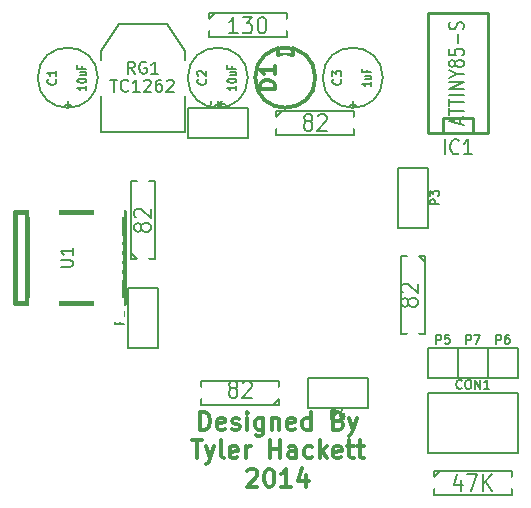
<source format=gto>
G04 (created by PCBNEW (2013-07-07 BZR 4022)-stable) date 12/16/2014 6:17:28 PM*
%MOIN*%
G04 Gerber Fmt 3.4, Leading zero omitted, Abs format*
%FSLAX34Y34*%
G01*
G70*
G90*
G04 APERTURE LIST*
%ADD10C,0.00590551*%
%ADD11C,0.011811*%
%ADD12C,0.015*%
%ADD13C,0.008*%
%ADD14C,0.006*%
%ADD15C,0.012*%
%ADD16C,0.005*%
%ADD17C,0.01*%
%ADD18C,0.0075*%
%ADD19C,0.019685*%
%ADD20R,0.0906X0.0197*%
%ADD21R,0.0984X0.0787*%
%ADD22C,0.0354*%
%ADD23R,0.144X0.08*%
%ADD24R,0.04X0.08*%
%ADD25C,0.055*%
%ADD26R,0.06X0.06*%
%ADD27C,0.06*%
%ADD28R,0.055X0.055*%
G04 APERTURE END LIST*
G54D10*
G54D11*
X75912Y-57239D02*
X75912Y-56648D01*
X76053Y-56648D01*
X76137Y-56676D01*
X76194Y-56732D01*
X76222Y-56789D01*
X76250Y-56901D01*
X76250Y-56985D01*
X76222Y-57098D01*
X76194Y-57154D01*
X76137Y-57210D01*
X76053Y-57239D01*
X75912Y-57239D01*
X76728Y-57210D02*
X76672Y-57239D01*
X76559Y-57239D01*
X76503Y-57210D01*
X76475Y-57154D01*
X76475Y-56929D01*
X76503Y-56873D01*
X76559Y-56845D01*
X76672Y-56845D01*
X76728Y-56873D01*
X76756Y-56929D01*
X76756Y-56985D01*
X76475Y-57042D01*
X76981Y-57210D02*
X77037Y-57239D01*
X77150Y-57239D01*
X77206Y-57210D01*
X77234Y-57154D01*
X77234Y-57126D01*
X77206Y-57070D01*
X77150Y-57042D01*
X77065Y-57042D01*
X77009Y-57014D01*
X76981Y-56957D01*
X76981Y-56929D01*
X77009Y-56873D01*
X77065Y-56845D01*
X77150Y-56845D01*
X77206Y-56873D01*
X77487Y-57239D02*
X77487Y-56845D01*
X77487Y-56648D02*
X77459Y-56676D01*
X77487Y-56704D01*
X77515Y-56676D01*
X77487Y-56648D01*
X77487Y-56704D01*
X78021Y-56845D02*
X78021Y-57323D01*
X77993Y-57379D01*
X77965Y-57407D01*
X77909Y-57435D01*
X77825Y-57435D01*
X77768Y-57407D01*
X78021Y-57210D02*
X77965Y-57239D01*
X77853Y-57239D01*
X77796Y-57210D01*
X77768Y-57182D01*
X77740Y-57126D01*
X77740Y-56957D01*
X77768Y-56901D01*
X77796Y-56873D01*
X77853Y-56845D01*
X77965Y-56845D01*
X78021Y-56873D01*
X78303Y-56845D02*
X78303Y-57239D01*
X78303Y-56901D02*
X78331Y-56873D01*
X78387Y-56845D01*
X78471Y-56845D01*
X78528Y-56873D01*
X78556Y-56929D01*
X78556Y-57239D01*
X79062Y-57210D02*
X79006Y-57239D01*
X78893Y-57239D01*
X78837Y-57210D01*
X78809Y-57154D01*
X78809Y-56929D01*
X78837Y-56873D01*
X78893Y-56845D01*
X79006Y-56845D01*
X79062Y-56873D01*
X79090Y-56929D01*
X79090Y-56985D01*
X78809Y-57042D01*
X79596Y-57239D02*
X79596Y-56648D01*
X79596Y-57210D02*
X79540Y-57239D01*
X79428Y-57239D01*
X79371Y-57210D01*
X79343Y-57182D01*
X79315Y-57126D01*
X79315Y-56957D01*
X79343Y-56901D01*
X79371Y-56873D01*
X79428Y-56845D01*
X79540Y-56845D01*
X79596Y-56873D01*
X80524Y-56929D02*
X80609Y-56957D01*
X80637Y-56985D01*
X80665Y-57042D01*
X80665Y-57126D01*
X80637Y-57182D01*
X80609Y-57210D01*
X80552Y-57239D01*
X80327Y-57239D01*
X80327Y-56648D01*
X80524Y-56648D01*
X80580Y-56676D01*
X80609Y-56704D01*
X80637Y-56760D01*
X80637Y-56817D01*
X80609Y-56873D01*
X80580Y-56901D01*
X80524Y-56929D01*
X80327Y-56929D01*
X80862Y-56845D02*
X81002Y-57239D01*
X81143Y-56845D02*
X81002Y-57239D01*
X80946Y-57379D01*
X80918Y-57407D01*
X80862Y-57435D01*
X75631Y-57593D02*
X75969Y-57593D01*
X75800Y-58183D02*
X75800Y-57593D01*
X76109Y-57790D02*
X76250Y-58183D01*
X76390Y-57790D02*
X76250Y-58183D01*
X76194Y-58324D01*
X76165Y-58352D01*
X76109Y-58380D01*
X76700Y-58183D02*
X76643Y-58155D01*
X76615Y-58099D01*
X76615Y-57593D01*
X77150Y-58155D02*
X77093Y-58183D01*
X76981Y-58183D01*
X76925Y-58155D01*
X76897Y-58099D01*
X76897Y-57874D01*
X76925Y-57818D01*
X76981Y-57790D01*
X77093Y-57790D01*
X77150Y-57818D01*
X77178Y-57874D01*
X77178Y-57930D01*
X76897Y-57987D01*
X77431Y-58183D02*
X77431Y-57790D01*
X77431Y-57902D02*
X77459Y-57846D01*
X77487Y-57818D01*
X77543Y-57790D01*
X77600Y-57790D01*
X78246Y-58183D02*
X78246Y-57593D01*
X78246Y-57874D02*
X78584Y-57874D01*
X78584Y-58183D02*
X78584Y-57593D01*
X79118Y-58183D02*
X79118Y-57874D01*
X79090Y-57818D01*
X79034Y-57790D01*
X78921Y-57790D01*
X78865Y-57818D01*
X79118Y-58155D02*
X79062Y-58183D01*
X78921Y-58183D01*
X78865Y-58155D01*
X78837Y-58099D01*
X78837Y-58043D01*
X78865Y-57987D01*
X78921Y-57958D01*
X79062Y-57958D01*
X79118Y-57930D01*
X79652Y-58155D02*
X79596Y-58183D01*
X79484Y-58183D01*
X79428Y-58155D01*
X79399Y-58127D01*
X79371Y-58071D01*
X79371Y-57902D01*
X79399Y-57846D01*
X79428Y-57818D01*
X79484Y-57790D01*
X79596Y-57790D01*
X79652Y-57818D01*
X79906Y-58183D02*
X79906Y-57593D01*
X79962Y-57958D02*
X80131Y-58183D01*
X80131Y-57790D02*
X79906Y-58015D01*
X80609Y-58155D02*
X80552Y-58183D01*
X80440Y-58183D01*
X80384Y-58155D01*
X80356Y-58099D01*
X80356Y-57874D01*
X80384Y-57818D01*
X80440Y-57790D01*
X80552Y-57790D01*
X80609Y-57818D01*
X80637Y-57874D01*
X80637Y-57930D01*
X80356Y-57987D01*
X80805Y-57790D02*
X81030Y-57790D01*
X80890Y-57593D02*
X80890Y-58099D01*
X80918Y-58155D01*
X80974Y-58183D01*
X81030Y-58183D01*
X81143Y-57790D02*
X81368Y-57790D01*
X81227Y-57593D02*
X81227Y-58099D01*
X81255Y-58155D01*
X81312Y-58183D01*
X81368Y-58183D01*
X77487Y-58594D02*
X77515Y-58566D01*
X77571Y-58538D01*
X77712Y-58538D01*
X77768Y-58566D01*
X77796Y-58594D01*
X77825Y-58650D01*
X77825Y-58706D01*
X77796Y-58791D01*
X77459Y-59128D01*
X77825Y-59128D01*
X78190Y-58538D02*
X78246Y-58538D01*
X78303Y-58566D01*
X78331Y-58594D01*
X78359Y-58650D01*
X78387Y-58763D01*
X78387Y-58903D01*
X78359Y-59016D01*
X78331Y-59072D01*
X78303Y-59100D01*
X78246Y-59128D01*
X78190Y-59128D01*
X78134Y-59100D01*
X78106Y-59072D01*
X78078Y-59016D01*
X78050Y-58903D01*
X78050Y-58763D01*
X78078Y-58650D01*
X78106Y-58594D01*
X78134Y-58566D01*
X78190Y-58538D01*
X78949Y-59128D02*
X78612Y-59128D01*
X78781Y-59128D02*
X78781Y-58538D01*
X78724Y-58622D01*
X78668Y-58678D01*
X78612Y-58706D01*
X79456Y-58735D02*
X79456Y-59128D01*
X79315Y-58510D02*
X79174Y-58931D01*
X79540Y-58931D01*
G54D12*
X70133Y-49984D02*
X70133Y-53016D01*
X69739Y-49984D02*
X69739Y-53016D01*
X69739Y-53016D02*
X73361Y-53016D01*
X73361Y-53016D02*
X73361Y-49984D01*
X73361Y-49984D02*
X69739Y-49984D01*
G54D13*
X72600Y-46100D02*
X72600Y-47300D01*
X72600Y-47300D02*
X75400Y-47300D01*
X75400Y-47300D02*
X75400Y-46100D01*
X72600Y-44900D02*
X72600Y-44600D01*
X72600Y-44600D02*
X73200Y-43700D01*
X73200Y-43700D02*
X74800Y-43700D01*
X74800Y-43700D02*
X75400Y-44600D01*
X75400Y-44600D02*
X75400Y-44900D01*
X78750Y-56000D02*
X78550Y-56000D01*
X75750Y-56000D02*
X75950Y-56000D01*
X75950Y-56000D02*
X75950Y-56400D01*
X75950Y-56400D02*
X78550Y-56400D01*
X78550Y-56400D02*
X78550Y-55600D01*
X78550Y-55600D02*
X75950Y-55600D01*
X75950Y-55600D02*
X75950Y-56000D01*
X78550Y-56200D02*
X78350Y-56400D01*
X83000Y-51250D02*
X83000Y-51450D01*
X83000Y-54250D02*
X83000Y-54050D01*
X83000Y-54050D02*
X83400Y-54050D01*
X83400Y-54050D02*
X83400Y-51450D01*
X83400Y-51450D02*
X82600Y-51450D01*
X82600Y-51450D02*
X82600Y-54050D01*
X82600Y-54050D02*
X83000Y-54050D01*
X83200Y-51450D02*
X83400Y-51650D01*
X78250Y-47000D02*
X78450Y-47000D01*
X81250Y-47000D02*
X81050Y-47000D01*
X81050Y-47000D02*
X81050Y-46600D01*
X81050Y-46600D02*
X78450Y-46600D01*
X78450Y-46600D02*
X78450Y-47400D01*
X78450Y-47400D02*
X81050Y-47400D01*
X81050Y-47400D02*
X81050Y-47000D01*
X78450Y-46800D02*
X78650Y-46600D01*
X74000Y-51750D02*
X74000Y-51550D01*
X74000Y-48750D02*
X74000Y-48950D01*
X74000Y-48950D02*
X73600Y-48950D01*
X73600Y-48950D02*
X73600Y-51550D01*
X73600Y-51550D02*
X74400Y-51550D01*
X74400Y-51550D02*
X74400Y-48950D01*
X74400Y-48950D02*
X74000Y-48950D01*
X73800Y-51550D02*
X73600Y-51350D01*
X83500Y-59000D02*
X83700Y-59000D01*
X86500Y-59000D02*
X86300Y-59000D01*
X86300Y-59000D02*
X86300Y-58600D01*
X86300Y-58600D02*
X83700Y-58600D01*
X83700Y-58600D02*
X83700Y-59400D01*
X83700Y-59400D02*
X86300Y-59400D01*
X86300Y-59400D02*
X86300Y-59000D01*
X83700Y-58800D02*
X83900Y-58600D01*
X76000Y-43750D02*
X76200Y-43750D01*
X79000Y-43750D02*
X78800Y-43750D01*
X78800Y-43750D02*
X78800Y-43350D01*
X78800Y-43350D02*
X76200Y-43350D01*
X76200Y-43350D02*
X76200Y-44150D01*
X76200Y-44150D02*
X78800Y-44150D01*
X78800Y-44150D02*
X78800Y-43750D01*
X76200Y-43550D02*
X76400Y-43350D01*
X86500Y-58000D02*
X83500Y-58000D01*
X83500Y-56000D02*
X86500Y-56000D01*
X86500Y-56000D02*
X86500Y-58000D01*
X83500Y-58000D02*
X83500Y-56000D01*
G54D14*
X82500Y-48500D02*
X83500Y-48500D01*
X83500Y-48500D02*
X83500Y-50500D01*
X83500Y-50500D02*
X82500Y-50500D01*
X82500Y-50500D02*
X82500Y-48500D01*
X75500Y-47500D02*
X75500Y-46500D01*
X75500Y-46500D02*
X77500Y-46500D01*
X77500Y-46500D02*
X77500Y-47500D01*
X77500Y-47500D02*
X75500Y-47500D01*
X74500Y-54500D02*
X73500Y-54500D01*
X73500Y-54500D02*
X73500Y-52500D01*
X73500Y-52500D02*
X74500Y-52500D01*
X74500Y-52500D02*
X74500Y-54500D01*
X81500Y-55500D02*
X81500Y-56500D01*
X81500Y-56500D02*
X79500Y-56500D01*
X79500Y-56500D02*
X79500Y-55500D01*
X79500Y-55500D02*
X81500Y-55500D01*
X85500Y-55500D02*
X84500Y-55500D01*
X84500Y-54500D02*
X85500Y-54500D01*
X84500Y-55500D02*
X84500Y-54500D01*
X85500Y-54500D02*
X85500Y-55500D01*
X86500Y-55500D02*
X85500Y-55500D01*
X85500Y-54500D02*
X86500Y-54500D01*
X85500Y-55500D02*
X85500Y-54500D01*
X86500Y-54500D02*
X86500Y-55500D01*
X84500Y-55500D02*
X83500Y-55500D01*
X83500Y-54500D02*
X84500Y-54500D01*
X83500Y-55500D02*
X83500Y-54500D01*
X84500Y-54500D02*
X84500Y-55500D01*
G54D15*
X79750Y-45500D02*
G75*
G03X79750Y-45500I-1000J0D01*
G74*
G01*
X78500Y-44500D02*
X78500Y-44750D01*
X78500Y-44750D02*
X79000Y-44750D01*
X79000Y-44750D02*
X79000Y-44500D01*
G54D16*
X77501Y-45500D02*
G75*
G03X77501Y-45500I-1001J0D01*
G74*
G01*
X72501Y-45500D02*
G75*
G03X72501Y-45500I-1001J0D01*
G74*
G01*
X82001Y-45500D02*
G75*
G03X82001Y-45500I-1001J0D01*
G74*
G01*
G54D17*
X84000Y-47350D02*
X84000Y-46850D01*
X84000Y-46850D02*
X85000Y-46850D01*
X85000Y-46850D02*
X85000Y-47350D01*
X83500Y-47350D02*
X83500Y-43350D01*
X83500Y-43350D02*
X85500Y-43350D01*
X85500Y-43350D02*
X85500Y-47350D01*
X85500Y-47350D02*
X83500Y-47350D01*
G54D13*
X71261Y-51804D02*
X71585Y-51804D01*
X71623Y-51785D01*
X71642Y-51766D01*
X71661Y-51728D01*
X71661Y-51652D01*
X71642Y-51614D01*
X71623Y-51595D01*
X71585Y-51576D01*
X71261Y-51576D01*
X71661Y-51176D02*
X71661Y-51404D01*
X71661Y-51290D02*
X71261Y-51290D01*
X71319Y-51328D01*
X71357Y-51366D01*
X71376Y-51404D01*
X73733Y-45361D02*
X73600Y-45171D01*
X73504Y-45361D02*
X73504Y-44961D01*
X73657Y-44961D01*
X73695Y-44980D01*
X73714Y-45000D01*
X73733Y-45038D01*
X73733Y-45095D01*
X73714Y-45133D01*
X73695Y-45152D01*
X73657Y-45171D01*
X73504Y-45171D01*
X74114Y-44980D02*
X74076Y-44961D01*
X74019Y-44961D01*
X73961Y-44980D01*
X73923Y-45019D01*
X73904Y-45057D01*
X73885Y-45133D01*
X73885Y-45190D01*
X73904Y-45266D01*
X73923Y-45304D01*
X73961Y-45342D01*
X74019Y-45361D01*
X74057Y-45361D01*
X74114Y-45342D01*
X74133Y-45323D01*
X74133Y-45190D01*
X74057Y-45190D01*
X74514Y-45361D02*
X74285Y-45361D01*
X74400Y-45361D02*
X74400Y-44961D01*
X74361Y-45019D01*
X74323Y-45057D01*
X74285Y-45076D01*
X72923Y-45561D02*
X73152Y-45561D01*
X73038Y-45961D02*
X73038Y-45561D01*
X73514Y-45923D02*
X73495Y-45942D01*
X73438Y-45961D01*
X73400Y-45961D01*
X73342Y-45942D01*
X73304Y-45904D01*
X73285Y-45866D01*
X73266Y-45790D01*
X73266Y-45733D01*
X73285Y-45657D01*
X73304Y-45619D01*
X73342Y-45580D01*
X73400Y-45561D01*
X73438Y-45561D01*
X73495Y-45580D01*
X73514Y-45600D01*
X73895Y-45961D02*
X73666Y-45961D01*
X73780Y-45961D02*
X73780Y-45561D01*
X73742Y-45619D01*
X73704Y-45657D01*
X73666Y-45676D01*
X74047Y-45600D02*
X74066Y-45580D01*
X74104Y-45561D01*
X74200Y-45561D01*
X74238Y-45580D01*
X74257Y-45600D01*
X74276Y-45638D01*
X74276Y-45676D01*
X74257Y-45733D01*
X74028Y-45961D01*
X74276Y-45961D01*
X74619Y-45561D02*
X74542Y-45561D01*
X74504Y-45580D01*
X74485Y-45600D01*
X74447Y-45657D01*
X74428Y-45733D01*
X74428Y-45885D01*
X74447Y-45923D01*
X74466Y-45942D01*
X74504Y-45961D01*
X74580Y-45961D01*
X74619Y-45942D01*
X74638Y-45923D01*
X74657Y-45885D01*
X74657Y-45790D01*
X74638Y-45752D01*
X74619Y-45733D01*
X74580Y-45714D01*
X74504Y-45714D01*
X74466Y-45733D01*
X74447Y-45752D01*
X74428Y-45790D01*
X74809Y-45600D02*
X74828Y-45580D01*
X74866Y-45561D01*
X74961Y-45561D01*
X75000Y-45580D01*
X75019Y-45600D01*
X75038Y-45638D01*
X75038Y-45676D01*
X75019Y-45733D01*
X74790Y-45961D01*
X75038Y-45961D01*
X76964Y-55858D02*
X76916Y-55832D01*
X76892Y-55805D01*
X76869Y-55753D01*
X76869Y-55727D01*
X76892Y-55675D01*
X76916Y-55648D01*
X76964Y-55622D01*
X77059Y-55622D01*
X77107Y-55648D01*
X77130Y-55675D01*
X77154Y-55727D01*
X77154Y-55753D01*
X77130Y-55805D01*
X77107Y-55832D01*
X77059Y-55858D01*
X76964Y-55858D01*
X76916Y-55884D01*
X76892Y-55910D01*
X76869Y-55963D01*
X76869Y-56067D01*
X76892Y-56120D01*
X76916Y-56146D01*
X76964Y-56172D01*
X77059Y-56172D01*
X77107Y-56146D01*
X77130Y-56120D01*
X77154Y-56067D01*
X77154Y-55963D01*
X77130Y-55910D01*
X77107Y-55884D01*
X77059Y-55858D01*
X77345Y-55675D02*
X77369Y-55648D01*
X77416Y-55622D01*
X77535Y-55622D01*
X77583Y-55648D01*
X77607Y-55675D01*
X77630Y-55727D01*
X77630Y-55779D01*
X77607Y-55858D01*
X77321Y-56172D01*
X77630Y-56172D01*
X82858Y-53035D02*
X82832Y-53083D01*
X82805Y-53107D01*
X82753Y-53130D01*
X82727Y-53130D01*
X82675Y-53107D01*
X82648Y-53083D01*
X82622Y-53035D01*
X82622Y-52940D01*
X82648Y-52892D01*
X82675Y-52869D01*
X82727Y-52845D01*
X82753Y-52845D01*
X82805Y-52869D01*
X82832Y-52892D01*
X82858Y-52940D01*
X82858Y-53035D01*
X82884Y-53083D01*
X82910Y-53107D01*
X82963Y-53130D01*
X83067Y-53130D01*
X83120Y-53107D01*
X83146Y-53083D01*
X83172Y-53035D01*
X83172Y-52940D01*
X83146Y-52892D01*
X83120Y-52869D01*
X83067Y-52845D01*
X82963Y-52845D01*
X82910Y-52869D01*
X82884Y-52892D01*
X82858Y-52940D01*
X82675Y-52654D02*
X82648Y-52630D01*
X82622Y-52583D01*
X82622Y-52464D01*
X82648Y-52416D01*
X82675Y-52392D01*
X82727Y-52369D01*
X82779Y-52369D01*
X82858Y-52392D01*
X83172Y-52678D01*
X83172Y-52369D01*
X79464Y-46958D02*
X79416Y-46932D01*
X79392Y-46905D01*
X79369Y-46853D01*
X79369Y-46827D01*
X79392Y-46775D01*
X79416Y-46748D01*
X79464Y-46722D01*
X79559Y-46722D01*
X79607Y-46748D01*
X79630Y-46775D01*
X79654Y-46827D01*
X79654Y-46853D01*
X79630Y-46905D01*
X79607Y-46932D01*
X79559Y-46958D01*
X79464Y-46958D01*
X79416Y-46984D01*
X79392Y-47010D01*
X79369Y-47063D01*
X79369Y-47167D01*
X79392Y-47220D01*
X79416Y-47246D01*
X79464Y-47272D01*
X79559Y-47272D01*
X79607Y-47246D01*
X79630Y-47220D01*
X79654Y-47167D01*
X79654Y-47063D01*
X79630Y-47010D01*
X79607Y-46984D01*
X79559Y-46958D01*
X79845Y-46775D02*
X79869Y-46748D01*
X79916Y-46722D01*
X80035Y-46722D01*
X80083Y-46748D01*
X80107Y-46775D01*
X80130Y-46827D01*
X80130Y-46879D01*
X80107Y-46958D01*
X79821Y-47272D01*
X80130Y-47272D01*
X73958Y-50535D02*
X73932Y-50583D01*
X73905Y-50607D01*
X73853Y-50630D01*
X73827Y-50630D01*
X73775Y-50607D01*
X73748Y-50583D01*
X73722Y-50535D01*
X73722Y-50440D01*
X73748Y-50392D01*
X73775Y-50369D01*
X73827Y-50345D01*
X73853Y-50345D01*
X73905Y-50369D01*
X73932Y-50392D01*
X73958Y-50440D01*
X73958Y-50535D01*
X73984Y-50583D01*
X74010Y-50607D01*
X74063Y-50630D01*
X74167Y-50630D01*
X74220Y-50607D01*
X74246Y-50583D01*
X74272Y-50535D01*
X74272Y-50440D01*
X74246Y-50392D01*
X74220Y-50369D01*
X74167Y-50345D01*
X74063Y-50345D01*
X74010Y-50369D01*
X73984Y-50392D01*
X73958Y-50440D01*
X73775Y-50154D02*
X73748Y-50130D01*
X73722Y-50083D01*
X73722Y-49964D01*
X73748Y-49916D01*
X73775Y-49892D01*
X73827Y-49869D01*
X73879Y-49869D01*
X73958Y-49892D01*
X74272Y-50178D01*
X74272Y-49869D01*
X84607Y-58905D02*
X84607Y-59272D01*
X84488Y-58696D02*
X84369Y-59089D01*
X84678Y-59089D01*
X84821Y-58722D02*
X85154Y-58722D01*
X84940Y-59272D01*
X85345Y-59272D02*
X85345Y-58722D01*
X85630Y-59272D02*
X85416Y-58958D01*
X85630Y-58722D02*
X85345Y-59036D01*
X77166Y-44022D02*
X76880Y-44022D01*
X77023Y-44022D02*
X77023Y-43472D01*
X76976Y-43551D01*
X76928Y-43603D01*
X76880Y-43629D01*
X77333Y-43472D02*
X77642Y-43472D01*
X77476Y-43682D01*
X77547Y-43682D01*
X77595Y-43708D01*
X77619Y-43734D01*
X77642Y-43786D01*
X77642Y-43917D01*
X77619Y-43970D01*
X77595Y-43996D01*
X77547Y-44022D01*
X77404Y-44022D01*
X77357Y-43996D01*
X77333Y-43970D01*
X77952Y-43472D02*
X78000Y-43472D01*
X78047Y-43498D01*
X78071Y-43525D01*
X78095Y-43577D01*
X78119Y-43682D01*
X78119Y-43813D01*
X78095Y-43917D01*
X78071Y-43970D01*
X78047Y-43996D01*
X78000Y-44022D01*
X77952Y-44022D01*
X77904Y-43996D01*
X77880Y-43970D01*
X77857Y-43917D01*
X77833Y-43813D01*
X77833Y-43682D01*
X77857Y-43577D01*
X77880Y-43525D01*
X77904Y-43498D01*
X77952Y-43472D01*
G54D18*
X84635Y-55842D02*
X84621Y-55857D01*
X84578Y-55871D01*
X84550Y-55871D01*
X84507Y-55857D01*
X84478Y-55828D01*
X84464Y-55800D01*
X84450Y-55742D01*
X84450Y-55700D01*
X84464Y-55642D01*
X84478Y-55614D01*
X84507Y-55585D01*
X84550Y-55571D01*
X84578Y-55571D01*
X84621Y-55585D01*
X84635Y-55600D01*
X84821Y-55571D02*
X84878Y-55571D01*
X84907Y-55585D01*
X84935Y-55614D01*
X84950Y-55671D01*
X84950Y-55771D01*
X84935Y-55828D01*
X84907Y-55857D01*
X84878Y-55871D01*
X84821Y-55871D01*
X84792Y-55857D01*
X84764Y-55828D01*
X84750Y-55771D01*
X84750Y-55671D01*
X84764Y-55614D01*
X84792Y-55585D01*
X84821Y-55571D01*
X85078Y-55871D02*
X85078Y-55571D01*
X85250Y-55871D01*
X85250Y-55571D01*
X85550Y-55871D02*
X85378Y-55871D01*
X85464Y-55871D02*
X85464Y-55571D01*
X85435Y-55614D01*
X85407Y-55642D01*
X85378Y-55657D01*
G54D14*
X83871Y-49721D02*
X83571Y-49721D01*
X83571Y-49607D01*
X83585Y-49578D01*
X83600Y-49564D01*
X83628Y-49550D01*
X83671Y-49550D01*
X83700Y-49564D01*
X83714Y-49578D01*
X83728Y-49607D01*
X83728Y-49721D01*
X83571Y-49450D02*
X83571Y-49264D01*
X83685Y-49364D01*
X83685Y-49321D01*
X83700Y-49292D01*
X83714Y-49278D01*
X83742Y-49264D01*
X83814Y-49264D01*
X83842Y-49278D01*
X83857Y-49292D01*
X83871Y-49321D01*
X83871Y-49407D01*
X83857Y-49435D01*
X83842Y-49450D01*
X76278Y-46371D02*
X76278Y-46071D01*
X76392Y-46071D01*
X76421Y-46085D01*
X76435Y-46100D01*
X76450Y-46128D01*
X76450Y-46171D01*
X76435Y-46200D01*
X76421Y-46214D01*
X76392Y-46228D01*
X76278Y-46228D01*
X76564Y-46100D02*
X76578Y-46085D01*
X76607Y-46071D01*
X76678Y-46071D01*
X76707Y-46085D01*
X76721Y-46100D01*
X76735Y-46128D01*
X76735Y-46157D01*
X76721Y-46200D01*
X76550Y-46371D01*
X76735Y-46371D01*
X73371Y-53721D02*
X73071Y-53721D01*
X73071Y-53607D01*
X73085Y-53578D01*
X73100Y-53564D01*
X73128Y-53550D01*
X73171Y-53550D01*
X73200Y-53564D01*
X73214Y-53578D01*
X73228Y-53607D01*
X73228Y-53721D01*
X73371Y-53264D02*
X73371Y-53435D01*
X73371Y-53350D02*
X73071Y-53350D01*
X73114Y-53378D01*
X73142Y-53407D01*
X73157Y-53435D01*
X80278Y-56871D02*
X80278Y-56571D01*
X80392Y-56571D01*
X80421Y-56585D01*
X80435Y-56600D01*
X80450Y-56628D01*
X80450Y-56671D01*
X80435Y-56700D01*
X80421Y-56714D01*
X80392Y-56728D01*
X80278Y-56728D01*
X80707Y-56671D02*
X80707Y-56871D01*
X80635Y-56557D02*
X80564Y-56771D01*
X80750Y-56771D01*
X84778Y-54371D02*
X84778Y-54071D01*
X84892Y-54071D01*
X84921Y-54085D01*
X84935Y-54100D01*
X84950Y-54128D01*
X84950Y-54171D01*
X84935Y-54200D01*
X84921Y-54214D01*
X84892Y-54228D01*
X84778Y-54228D01*
X85050Y-54071D02*
X85250Y-54071D01*
X85121Y-54371D01*
X85778Y-54371D02*
X85778Y-54071D01*
X85892Y-54071D01*
X85921Y-54085D01*
X85935Y-54100D01*
X85950Y-54128D01*
X85950Y-54171D01*
X85935Y-54200D01*
X85921Y-54214D01*
X85892Y-54228D01*
X85778Y-54228D01*
X86207Y-54071D02*
X86150Y-54071D01*
X86121Y-54085D01*
X86107Y-54100D01*
X86078Y-54142D01*
X86064Y-54200D01*
X86064Y-54314D01*
X86078Y-54342D01*
X86092Y-54357D01*
X86121Y-54371D01*
X86178Y-54371D01*
X86207Y-54357D01*
X86221Y-54342D01*
X86235Y-54314D01*
X86235Y-54242D01*
X86221Y-54214D01*
X86207Y-54200D01*
X86178Y-54185D01*
X86121Y-54185D01*
X86092Y-54200D01*
X86078Y-54214D01*
X86064Y-54242D01*
X83778Y-54371D02*
X83778Y-54071D01*
X83892Y-54071D01*
X83921Y-54085D01*
X83935Y-54100D01*
X83950Y-54128D01*
X83950Y-54171D01*
X83935Y-54200D01*
X83921Y-54214D01*
X83892Y-54228D01*
X83778Y-54228D01*
X84221Y-54071D02*
X84078Y-54071D01*
X84064Y-54214D01*
X84078Y-54200D01*
X84107Y-54185D01*
X84178Y-54185D01*
X84207Y-54200D01*
X84221Y-54214D01*
X84235Y-54242D01*
X84235Y-54314D01*
X84221Y-54342D01*
X84207Y-54357D01*
X84178Y-54371D01*
X84107Y-54371D01*
X84078Y-54357D01*
X84064Y-54342D01*
G54D15*
X78402Y-45869D02*
X77902Y-45869D01*
X77902Y-45750D01*
X77926Y-45678D01*
X77973Y-45630D01*
X78021Y-45607D01*
X78116Y-45583D01*
X78188Y-45583D01*
X78283Y-45607D01*
X78330Y-45630D01*
X78378Y-45678D01*
X78402Y-45750D01*
X78402Y-45869D01*
X78402Y-45107D02*
X78402Y-45392D01*
X78402Y-45250D02*
X77902Y-45250D01*
X77973Y-45297D01*
X78021Y-45345D01*
X78045Y-45392D01*
G54D16*
X76093Y-45550D02*
X76108Y-45564D01*
X76122Y-45607D01*
X76122Y-45635D01*
X76108Y-45678D01*
X76079Y-45707D01*
X76051Y-45721D01*
X75993Y-45735D01*
X75951Y-45735D01*
X75893Y-45721D01*
X75865Y-45707D01*
X75836Y-45678D01*
X75822Y-45635D01*
X75822Y-45607D01*
X75836Y-45564D01*
X75851Y-45550D01*
X75851Y-45435D02*
X75836Y-45421D01*
X75822Y-45392D01*
X75822Y-45321D01*
X75836Y-45292D01*
X75851Y-45278D01*
X75879Y-45264D01*
X75908Y-45264D01*
X75951Y-45278D01*
X76122Y-45450D01*
X76122Y-45264D01*
X77121Y-45767D02*
X77121Y-45910D01*
X77121Y-45839D02*
X76821Y-45839D01*
X76864Y-45863D01*
X76892Y-45886D01*
X76907Y-45910D01*
X76821Y-45613D02*
X76821Y-45589D01*
X76835Y-45565D01*
X76850Y-45553D01*
X76878Y-45541D01*
X76935Y-45529D01*
X77007Y-45529D01*
X77064Y-45541D01*
X77092Y-45553D01*
X77107Y-45565D01*
X77121Y-45589D01*
X77121Y-45613D01*
X77107Y-45636D01*
X77092Y-45648D01*
X77064Y-45660D01*
X77007Y-45672D01*
X76935Y-45672D01*
X76878Y-45660D01*
X76850Y-45648D01*
X76835Y-45636D01*
X76821Y-45613D01*
X76921Y-45315D02*
X77121Y-45315D01*
X76921Y-45422D02*
X77078Y-45422D01*
X77107Y-45410D01*
X77121Y-45386D01*
X77121Y-45351D01*
X77107Y-45327D01*
X77092Y-45315D01*
X76964Y-45113D02*
X76964Y-45196D01*
X77121Y-45196D02*
X76821Y-45196D01*
X76821Y-45077D01*
G54D18*
X76507Y-46514D02*
X76507Y-46285D01*
X76621Y-46400D02*
X76392Y-46400D01*
G54D13*
G54D16*
X71093Y-45550D02*
X71108Y-45564D01*
X71122Y-45607D01*
X71122Y-45635D01*
X71108Y-45678D01*
X71079Y-45707D01*
X71051Y-45721D01*
X70993Y-45735D01*
X70951Y-45735D01*
X70893Y-45721D01*
X70865Y-45707D01*
X70836Y-45678D01*
X70822Y-45635D01*
X70822Y-45607D01*
X70836Y-45564D01*
X70851Y-45550D01*
X71122Y-45264D02*
X71122Y-45435D01*
X71122Y-45350D02*
X70822Y-45350D01*
X70865Y-45378D01*
X70893Y-45407D01*
X70908Y-45435D01*
X72121Y-45767D02*
X72121Y-45910D01*
X72121Y-45839D02*
X71821Y-45839D01*
X71864Y-45863D01*
X71892Y-45886D01*
X71907Y-45910D01*
X71821Y-45613D02*
X71821Y-45589D01*
X71835Y-45565D01*
X71850Y-45553D01*
X71878Y-45541D01*
X71935Y-45529D01*
X72007Y-45529D01*
X72064Y-45541D01*
X72092Y-45553D01*
X72107Y-45565D01*
X72121Y-45589D01*
X72121Y-45613D01*
X72107Y-45636D01*
X72092Y-45648D01*
X72064Y-45660D01*
X72007Y-45672D01*
X71935Y-45672D01*
X71878Y-45660D01*
X71850Y-45648D01*
X71835Y-45636D01*
X71821Y-45613D01*
X71921Y-45315D02*
X72121Y-45315D01*
X71921Y-45422D02*
X72078Y-45422D01*
X72107Y-45410D01*
X72121Y-45386D01*
X72121Y-45351D01*
X72107Y-45327D01*
X72092Y-45315D01*
X71964Y-45113D02*
X71964Y-45196D01*
X72121Y-45196D02*
X71821Y-45196D01*
X71821Y-45077D01*
G54D18*
X71507Y-46514D02*
X71507Y-46285D01*
X71621Y-46400D02*
X71392Y-46400D01*
G54D13*
G54D16*
X80593Y-45550D02*
X80608Y-45564D01*
X80622Y-45607D01*
X80622Y-45635D01*
X80608Y-45678D01*
X80579Y-45707D01*
X80551Y-45721D01*
X80493Y-45735D01*
X80451Y-45735D01*
X80393Y-45721D01*
X80365Y-45707D01*
X80336Y-45678D01*
X80322Y-45635D01*
X80322Y-45607D01*
X80336Y-45564D01*
X80351Y-45550D01*
X80322Y-45450D02*
X80322Y-45264D01*
X80436Y-45364D01*
X80436Y-45321D01*
X80451Y-45292D01*
X80465Y-45278D01*
X80493Y-45264D01*
X80565Y-45264D01*
X80593Y-45278D01*
X80608Y-45292D01*
X80622Y-45321D01*
X80622Y-45407D01*
X80608Y-45435D01*
X80593Y-45450D01*
X81621Y-45648D02*
X81621Y-45791D01*
X81621Y-45720D02*
X81321Y-45720D01*
X81364Y-45744D01*
X81392Y-45767D01*
X81407Y-45791D01*
X81421Y-45434D02*
X81621Y-45434D01*
X81421Y-45541D02*
X81578Y-45541D01*
X81607Y-45529D01*
X81621Y-45505D01*
X81621Y-45470D01*
X81607Y-45446D01*
X81592Y-45434D01*
X81464Y-45232D02*
X81464Y-45315D01*
X81621Y-45315D02*
X81321Y-45315D01*
X81321Y-45196D01*
G54D18*
X81007Y-46514D02*
X81007Y-46285D01*
X81121Y-46400D02*
X80892Y-46400D01*
G54D13*
X84060Y-48052D02*
X84060Y-47552D01*
X84532Y-48004D02*
X84510Y-48028D01*
X84446Y-48052D01*
X84403Y-48052D01*
X84339Y-48028D01*
X84296Y-47980D01*
X84275Y-47933D01*
X84253Y-47838D01*
X84253Y-47766D01*
X84275Y-47671D01*
X84296Y-47623D01*
X84339Y-47576D01*
X84403Y-47552D01*
X84446Y-47552D01*
X84510Y-47576D01*
X84532Y-47600D01*
X84960Y-48052D02*
X84703Y-48052D01*
X84832Y-48052D02*
X84832Y-47552D01*
X84789Y-47623D01*
X84746Y-47671D01*
X84703Y-47695D01*
X84559Y-47045D02*
X84559Y-46854D01*
X84702Y-47083D02*
X84202Y-46949D01*
X84702Y-46816D01*
X84202Y-46740D02*
X84202Y-46511D01*
X84702Y-46626D02*
X84202Y-46626D01*
X84202Y-46435D02*
X84202Y-46207D01*
X84702Y-46321D02*
X84202Y-46321D01*
X84702Y-46073D02*
X84202Y-46073D01*
X84702Y-45883D02*
X84202Y-45883D01*
X84702Y-45654D01*
X84202Y-45654D01*
X84464Y-45388D02*
X84702Y-45388D01*
X84202Y-45521D02*
X84464Y-45388D01*
X84202Y-45254D01*
X84416Y-45064D02*
X84392Y-45102D01*
X84369Y-45121D01*
X84321Y-45140D01*
X84297Y-45140D01*
X84250Y-45121D01*
X84226Y-45102D01*
X84202Y-45064D01*
X84202Y-44988D01*
X84226Y-44950D01*
X84250Y-44930D01*
X84297Y-44911D01*
X84321Y-44911D01*
X84369Y-44930D01*
X84392Y-44950D01*
X84416Y-44988D01*
X84416Y-45064D01*
X84440Y-45102D01*
X84464Y-45121D01*
X84511Y-45140D01*
X84607Y-45140D01*
X84654Y-45121D01*
X84678Y-45102D01*
X84702Y-45064D01*
X84702Y-44988D01*
X84678Y-44950D01*
X84654Y-44930D01*
X84607Y-44911D01*
X84511Y-44911D01*
X84464Y-44930D01*
X84440Y-44950D01*
X84416Y-44988D01*
X84202Y-44550D02*
X84202Y-44740D01*
X84440Y-44759D01*
X84416Y-44740D01*
X84392Y-44702D01*
X84392Y-44607D01*
X84416Y-44569D01*
X84440Y-44550D01*
X84488Y-44530D01*
X84607Y-44530D01*
X84654Y-44550D01*
X84678Y-44569D01*
X84702Y-44607D01*
X84702Y-44702D01*
X84678Y-44740D01*
X84654Y-44759D01*
X84511Y-44359D02*
X84511Y-44054D01*
X84678Y-43883D02*
X84702Y-43826D01*
X84702Y-43730D01*
X84678Y-43692D01*
X84654Y-43673D01*
X84607Y-43654D01*
X84559Y-43654D01*
X84511Y-43673D01*
X84488Y-43692D01*
X84464Y-43730D01*
X84440Y-43807D01*
X84416Y-43845D01*
X84392Y-43864D01*
X84345Y-43883D01*
X84297Y-43883D01*
X84250Y-43864D01*
X84226Y-43845D01*
X84202Y-43807D01*
X84202Y-43711D01*
X84226Y-43654D01*
%LPC*%
G54D19*
X72820Y-54637D02*
X72820Y-55425D01*
X71442Y-55031D02*
X72820Y-55031D01*
X71835Y-55818D02*
X71835Y-56475D01*
X71442Y-55687D02*
X72820Y-56146D01*
X71442Y-56606D01*
X71507Y-57000D02*
X71442Y-57196D01*
X71442Y-57524D01*
X71507Y-57656D01*
X71573Y-57721D01*
X71704Y-57787D01*
X71835Y-57787D01*
X71967Y-57721D01*
X72032Y-57656D01*
X72098Y-57524D01*
X72164Y-57262D01*
X72229Y-57131D01*
X72295Y-57065D01*
X72426Y-57000D01*
X72557Y-57000D01*
X72688Y-57065D01*
X72754Y-57131D01*
X72820Y-57262D01*
X72820Y-57590D01*
X72754Y-57787D01*
X71442Y-58377D02*
X72820Y-58377D01*
X72164Y-58377D02*
X72164Y-59165D01*
X71442Y-59165D02*
X72820Y-59165D01*
G54D20*
X72908Y-50870D03*
X72908Y-51185D03*
X72908Y-51500D03*
X72908Y-51815D03*
X72908Y-52130D03*
G54D21*
X72869Y-49748D03*
X70704Y-49748D03*
X72869Y-53252D03*
X70704Y-53252D03*
G54D22*
X71885Y-50634D03*
X71885Y-52366D03*
G54D23*
X74000Y-44200D03*
G54D24*
X74000Y-46800D03*
X74900Y-46800D03*
X73100Y-46800D03*
G54D25*
X78750Y-56000D03*
X75750Y-56000D03*
X83000Y-51250D03*
X83000Y-54250D03*
X78250Y-47000D03*
X81250Y-47000D03*
X74000Y-51750D03*
X74000Y-48750D03*
X83500Y-59000D03*
X86500Y-59000D03*
X76000Y-43750D03*
X79000Y-43750D03*
G54D26*
X84000Y-57500D03*
G54D27*
X84000Y-56500D03*
X85000Y-57500D03*
X85000Y-56500D03*
X86000Y-57500D03*
X86000Y-56500D03*
G54D26*
X83000Y-49000D03*
G54D27*
X83000Y-50000D03*
G54D26*
X76000Y-47000D03*
G54D27*
X77000Y-47000D03*
G54D26*
X74000Y-54000D03*
G54D27*
X74000Y-53000D03*
G54D26*
X81000Y-56000D03*
G54D27*
X80000Y-56000D03*
G54D26*
X85000Y-55000D03*
X86000Y-55000D03*
X84000Y-55000D03*
G54D28*
X78750Y-46000D03*
G54D25*
X78750Y-45000D03*
G54D28*
X76500Y-46000D03*
G54D25*
X76500Y-45000D03*
G54D28*
X71500Y-46000D03*
G54D25*
X71500Y-45000D03*
G54D28*
X81000Y-46000D03*
G54D25*
X81000Y-45000D03*
G54D28*
X86000Y-46850D03*
G54D25*
X86000Y-45850D03*
X86000Y-44850D03*
X86000Y-43850D03*
X83000Y-43850D03*
X83000Y-44850D03*
X83000Y-45850D03*
X83000Y-46850D03*
M02*

</source>
